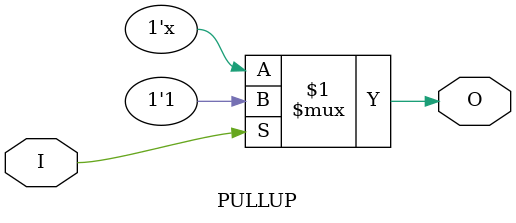
<source format=v>
module PULLUP(
  input  I,
  output O
);

assign O = I ? 1'b1 : 1'bz;

endmodule
</source>
